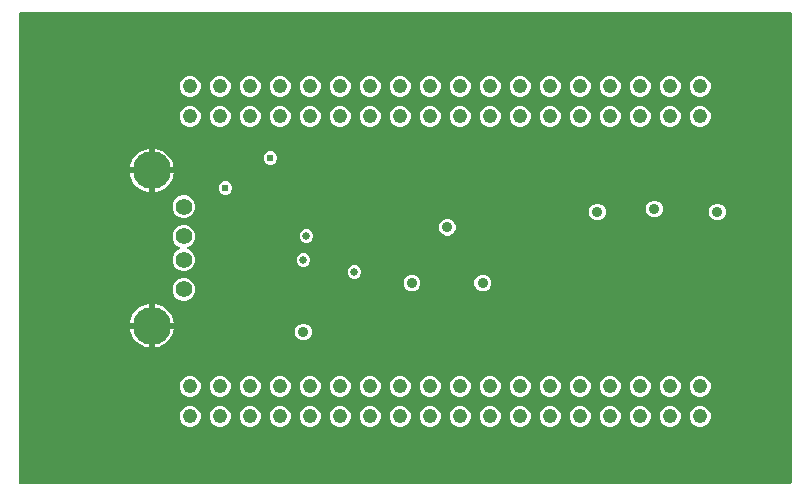
<source format=gbr>
G04 EAGLE Gerber RS-274X export*
G75*
%MOMM*%
%FSLAX34Y34*%
%LPD*%
%INEAGLE Copper Layer 15*%
%IPPOS*%
%AMOC8*
5,1,8,0,0,1.08239X$1,22.5*%
G01*
%ADD10C,1.244600*%
%ADD11C,0.904800*%
%ADD12C,1.400000*%
%ADD13C,3.220000*%
%ADD14C,0.609600*%
%ADD15C,0.654800*%
%ADD16C,0.914400*%

G36*
X655946Y3318D02*
X655946Y3318D01*
X656065Y3325D01*
X656103Y3338D01*
X656144Y3343D01*
X656254Y3386D01*
X656367Y3423D01*
X656402Y3445D01*
X656439Y3460D01*
X656535Y3529D01*
X656636Y3593D01*
X656664Y3623D01*
X656697Y3646D01*
X656773Y3738D01*
X656854Y3825D01*
X656874Y3860D01*
X656899Y3891D01*
X656950Y3999D01*
X657008Y4103D01*
X657018Y4143D01*
X657035Y4179D01*
X657057Y4296D01*
X657087Y4411D01*
X657091Y4471D01*
X657095Y4491D01*
X657093Y4512D01*
X657097Y4572D01*
X657097Y401828D01*
X657082Y401946D01*
X657075Y402065D01*
X657062Y402103D01*
X657057Y402144D01*
X657014Y402254D01*
X656977Y402367D01*
X656955Y402402D01*
X656940Y402439D01*
X656871Y402535D01*
X656807Y402636D01*
X656777Y402664D01*
X656754Y402697D01*
X656662Y402773D01*
X656575Y402854D01*
X656540Y402874D01*
X656509Y402899D01*
X656401Y402950D01*
X656297Y403008D01*
X656257Y403018D01*
X656221Y403035D01*
X656104Y403057D01*
X655989Y403087D01*
X655929Y403091D01*
X655909Y403095D01*
X655888Y403093D01*
X655828Y403097D01*
X4572Y403097D01*
X4454Y403082D01*
X4335Y403075D01*
X4297Y403062D01*
X4256Y403057D01*
X4146Y403014D01*
X4033Y402977D01*
X3998Y402955D01*
X3961Y402940D01*
X3865Y402871D01*
X3764Y402807D01*
X3736Y402777D01*
X3703Y402754D01*
X3627Y402662D01*
X3546Y402575D01*
X3526Y402540D01*
X3501Y402509D01*
X3450Y402401D01*
X3392Y402297D01*
X3382Y402257D01*
X3365Y402221D01*
X3343Y402104D01*
X3313Y401989D01*
X3309Y401929D01*
X3305Y401909D01*
X3307Y401888D01*
X3303Y401828D01*
X3303Y4572D01*
X3318Y4454D01*
X3325Y4335D01*
X3338Y4297D01*
X3343Y4256D01*
X3386Y4146D01*
X3423Y4033D01*
X3445Y3998D01*
X3460Y3961D01*
X3529Y3865D01*
X3593Y3764D01*
X3623Y3736D01*
X3646Y3703D01*
X3738Y3627D01*
X3825Y3546D01*
X3860Y3526D01*
X3891Y3501D01*
X3999Y3450D01*
X4103Y3392D01*
X4143Y3382D01*
X4179Y3365D01*
X4296Y3343D01*
X4411Y3313D01*
X4471Y3309D01*
X4491Y3305D01*
X4512Y3307D01*
X4572Y3303D01*
X655828Y3303D01*
X655946Y3318D01*
G37*
%LPC*%
G36*
X140702Y183659D02*
X140702Y183659D01*
X137196Y185112D01*
X134512Y187796D01*
X133059Y191302D01*
X133059Y195098D01*
X134512Y198604D01*
X137196Y201288D01*
X138980Y202027D01*
X139101Y202096D01*
X139224Y202161D01*
X139239Y202175D01*
X139256Y202185D01*
X139356Y202282D01*
X139459Y202375D01*
X139470Y202392D01*
X139485Y202406D01*
X139558Y202525D01*
X139634Y202641D01*
X139640Y202660D01*
X139651Y202677D01*
X139692Y202810D01*
X139737Y202942D01*
X139739Y202962D01*
X139745Y202981D01*
X139751Y203120D01*
X139762Y203259D01*
X139759Y203279D01*
X139760Y203299D01*
X139732Y203435D01*
X139708Y203572D01*
X139700Y203591D01*
X139695Y203610D01*
X139634Y203736D01*
X139577Y203862D01*
X139565Y203878D01*
X139556Y203896D01*
X139465Y204002D01*
X139379Y204110D01*
X139363Y204123D01*
X139349Y204138D01*
X139235Y204218D01*
X139125Y204302D01*
X139099Y204314D01*
X139089Y204321D01*
X139070Y204328D01*
X138980Y204373D01*
X137196Y205112D01*
X134512Y207796D01*
X133059Y211302D01*
X133059Y215098D01*
X134512Y218604D01*
X137196Y221288D01*
X140702Y222741D01*
X144498Y222741D01*
X148004Y221288D01*
X150688Y218604D01*
X152141Y215098D01*
X152141Y211302D01*
X150688Y207796D01*
X148004Y205112D01*
X146220Y204373D01*
X146099Y204304D01*
X145976Y204239D01*
X145961Y204225D01*
X145944Y204215D01*
X145844Y204118D01*
X145741Y204025D01*
X145730Y204008D01*
X145715Y203994D01*
X145643Y203876D01*
X145566Y203759D01*
X145560Y203740D01*
X145549Y203723D01*
X145508Y203590D01*
X145463Y203458D01*
X145461Y203438D01*
X145455Y203419D01*
X145449Y203280D01*
X145438Y203141D01*
X145441Y203121D01*
X145440Y203101D01*
X145468Y202965D01*
X145492Y202828D01*
X145500Y202809D01*
X145505Y202790D01*
X145566Y202665D01*
X145623Y202538D01*
X145635Y202522D01*
X145644Y202504D01*
X145734Y202398D01*
X145821Y202290D01*
X145838Y202277D01*
X145851Y202262D01*
X145964Y202182D01*
X146075Y202098D01*
X146101Y202086D01*
X146111Y202079D01*
X146130Y202072D01*
X146220Y202027D01*
X148004Y201288D01*
X150688Y198604D01*
X152141Y195098D01*
X152141Y191302D01*
X150688Y187796D01*
X148004Y185112D01*
X144498Y183659D01*
X140702Y183659D01*
G37*
%LPD*%
%LPC*%
G36*
X140702Y158659D02*
X140702Y158659D01*
X137196Y160112D01*
X134512Y162796D01*
X133059Y166302D01*
X133059Y170098D01*
X134512Y173604D01*
X137196Y176288D01*
X140702Y177741D01*
X144498Y177741D01*
X148004Y176288D01*
X150688Y173604D01*
X152141Y170098D01*
X152141Y166302D01*
X150688Y162796D01*
X148004Y160112D01*
X144498Y158659D01*
X140702Y158659D01*
G37*
%LPD*%
%LPC*%
G36*
X140702Y228659D02*
X140702Y228659D01*
X137196Y230112D01*
X134512Y232796D01*
X133059Y236302D01*
X133059Y240098D01*
X134512Y243604D01*
X137196Y246288D01*
X140702Y247741D01*
X144498Y247741D01*
X148004Y246288D01*
X150688Y243604D01*
X152141Y240098D01*
X152141Y236302D01*
X150688Y232796D01*
X148004Y230112D01*
X144498Y228659D01*
X140702Y228659D01*
G37*
%LPD*%
%LPC*%
G36*
X552657Y331336D02*
X552657Y331336D01*
X549436Y332670D01*
X546970Y335136D01*
X545636Y338357D01*
X545636Y341843D01*
X546970Y345064D01*
X549436Y347530D01*
X552657Y348864D01*
X556143Y348864D01*
X559364Y347530D01*
X561830Y345064D01*
X563164Y341843D01*
X563164Y338357D01*
X561830Y335136D01*
X559364Y332670D01*
X556143Y331336D01*
X552657Y331336D01*
G37*
%LPD*%
%LPC*%
G36*
X527257Y331336D02*
X527257Y331336D01*
X524036Y332670D01*
X521570Y335136D01*
X520236Y338357D01*
X520236Y341843D01*
X521570Y345064D01*
X524036Y347530D01*
X527257Y348864D01*
X530743Y348864D01*
X533964Y347530D01*
X536430Y345064D01*
X537764Y341843D01*
X537764Y338357D01*
X536430Y335136D01*
X533964Y332670D01*
X530743Y331336D01*
X527257Y331336D01*
G37*
%LPD*%
%LPC*%
G36*
X501857Y331336D02*
X501857Y331336D01*
X498636Y332670D01*
X496170Y335136D01*
X494836Y338357D01*
X494836Y341843D01*
X496170Y345064D01*
X498636Y347530D01*
X501857Y348864D01*
X505343Y348864D01*
X508564Y347530D01*
X511030Y345064D01*
X512364Y341843D01*
X512364Y338357D01*
X511030Y335136D01*
X508564Y332670D01*
X505343Y331336D01*
X501857Y331336D01*
G37*
%LPD*%
%LPC*%
G36*
X476457Y331336D02*
X476457Y331336D01*
X473236Y332670D01*
X470770Y335136D01*
X469436Y338357D01*
X469436Y341843D01*
X470770Y345064D01*
X473236Y347530D01*
X476457Y348864D01*
X479943Y348864D01*
X483164Y347530D01*
X485630Y345064D01*
X486964Y341843D01*
X486964Y338357D01*
X485630Y335136D01*
X483164Y332670D01*
X479943Y331336D01*
X476457Y331336D01*
G37*
%LPD*%
%LPC*%
G36*
X451057Y331336D02*
X451057Y331336D01*
X447836Y332670D01*
X445370Y335136D01*
X444036Y338357D01*
X444036Y341843D01*
X445370Y345064D01*
X447836Y347530D01*
X451057Y348864D01*
X454543Y348864D01*
X457764Y347530D01*
X460230Y345064D01*
X461564Y341843D01*
X461564Y338357D01*
X460230Y335136D01*
X457764Y332670D01*
X454543Y331336D01*
X451057Y331336D01*
G37*
%LPD*%
%LPC*%
G36*
X425657Y331336D02*
X425657Y331336D01*
X422436Y332670D01*
X419970Y335136D01*
X418636Y338357D01*
X418636Y341843D01*
X419970Y345064D01*
X422436Y347530D01*
X425657Y348864D01*
X429143Y348864D01*
X432364Y347530D01*
X434830Y345064D01*
X436164Y341843D01*
X436164Y338357D01*
X434830Y335136D01*
X432364Y332670D01*
X429143Y331336D01*
X425657Y331336D01*
G37*
%LPD*%
%LPC*%
G36*
X400257Y331336D02*
X400257Y331336D01*
X397036Y332670D01*
X394570Y335136D01*
X393236Y338357D01*
X393236Y341843D01*
X394570Y345064D01*
X397036Y347530D01*
X400257Y348864D01*
X403743Y348864D01*
X406964Y347530D01*
X409430Y345064D01*
X410764Y341843D01*
X410764Y338357D01*
X409430Y335136D01*
X406964Y332670D01*
X403743Y331336D01*
X400257Y331336D01*
G37*
%LPD*%
%LPC*%
G36*
X374857Y331336D02*
X374857Y331336D01*
X371636Y332670D01*
X369170Y335136D01*
X367836Y338357D01*
X367836Y341843D01*
X369170Y345064D01*
X371636Y347530D01*
X374857Y348864D01*
X378343Y348864D01*
X381564Y347530D01*
X384030Y345064D01*
X385364Y341843D01*
X385364Y338357D01*
X384030Y335136D01*
X381564Y332670D01*
X378343Y331336D01*
X374857Y331336D01*
G37*
%LPD*%
%LPC*%
G36*
X349457Y331336D02*
X349457Y331336D01*
X346236Y332670D01*
X343770Y335136D01*
X342436Y338357D01*
X342436Y341843D01*
X343770Y345064D01*
X346236Y347530D01*
X349457Y348864D01*
X352943Y348864D01*
X356164Y347530D01*
X358630Y345064D01*
X359964Y341843D01*
X359964Y338357D01*
X358630Y335136D01*
X356164Y332670D01*
X352943Y331336D01*
X349457Y331336D01*
G37*
%LPD*%
%LPC*%
G36*
X324057Y331336D02*
X324057Y331336D01*
X320836Y332670D01*
X318370Y335136D01*
X317036Y338357D01*
X317036Y341843D01*
X318370Y345064D01*
X320836Y347530D01*
X324057Y348864D01*
X327543Y348864D01*
X330764Y347530D01*
X333230Y345064D01*
X334564Y341843D01*
X334564Y338357D01*
X333230Y335136D01*
X330764Y332670D01*
X327543Y331336D01*
X324057Y331336D01*
G37*
%LPD*%
%LPC*%
G36*
X298657Y331336D02*
X298657Y331336D01*
X295436Y332670D01*
X292970Y335136D01*
X291636Y338357D01*
X291636Y341843D01*
X292970Y345064D01*
X295436Y347530D01*
X298657Y348864D01*
X302143Y348864D01*
X305364Y347530D01*
X307830Y345064D01*
X309164Y341843D01*
X309164Y338357D01*
X307830Y335136D01*
X305364Y332670D01*
X302143Y331336D01*
X298657Y331336D01*
G37*
%LPD*%
%LPC*%
G36*
X273257Y331336D02*
X273257Y331336D01*
X270036Y332670D01*
X267570Y335136D01*
X266236Y338357D01*
X266236Y341843D01*
X267570Y345064D01*
X270036Y347530D01*
X273257Y348864D01*
X276743Y348864D01*
X279964Y347530D01*
X282430Y345064D01*
X283764Y341843D01*
X283764Y338357D01*
X282430Y335136D01*
X279964Y332670D01*
X276743Y331336D01*
X273257Y331336D01*
G37*
%LPD*%
%LPC*%
G36*
X247857Y331336D02*
X247857Y331336D01*
X244636Y332670D01*
X242170Y335136D01*
X240836Y338357D01*
X240836Y341843D01*
X242170Y345064D01*
X244636Y347530D01*
X247857Y348864D01*
X251343Y348864D01*
X254564Y347530D01*
X257030Y345064D01*
X258364Y341843D01*
X258364Y338357D01*
X257030Y335136D01*
X254564Y332670D01*
X251343Y331336D01*
X247857Y331336D01*
G37*
%LPD*%
%LPC*%
G36*
X222457Y331336D02*
X222457Y331336D01*
X219236Y332670D01*
X216770Y335136D01*
X215436Y338357D01*
X215436Y341843D01*
X216770Y345064D01*
X219236Y347530D01*
X222457Y348864D01*
X225943Y348864D01*
X229164Y347530D01*
X231630Y345064D01*
X232964Y341843D01*
X232964Y338357D01*
X231630Y335136D01*
X229164Y332670D01*
X225943Y331336D01*
X222457Y331336D01*
G37*
%LPD*%
%LPC*%
G36*
X197057Y331336D02*
X197057Y331336D01*
X193836Y332670D01*
X191370Y335136D01*
X190036Y338357D01*
X190036Y341843D01*
X191370Y345064D01*
X193836Y347530D01*
X197057Y348864D01*
X200543Y348864D01*
X203764Y347530D01*
X206230Y345064D01*
X207564Y341843D01*
X207564Y338357D01*
X206230Y335136D01*
X203764Y332670D01*
X200543Y331336D01*
X197057Y331336D01*
G37*
%LPD*%
%LPC*%
G36*
X527257Y305936D02*
X527257Y305936D01*
X524036Y307270D01*
X521570Y309736D01*
X520236Y312957D01*
X520236Y316443D01*
X521570Y319664D01*
X524036Y322130D01*
X527257Y323464D01*
X530743Y323464D01*
X533964Y322130D01*
X536430Y319664D01*
X537764Y316443D01*
X537764Y312957D01*
X536430Y309736D01*
X533964Y307270D01*
X530743Y305936D01*
X527257Y305936D01*
G37*
%LPD*%
%LPC*%
G36*
X501857Y305936D02*
X501857Y305936D01*
X498636Y307270D01*
X496170Y309736D01*
X494836Y312957D01*
X494836Y316443D01*
X496170Y319664D01*
X498636Y322130D01*
X501857Y323464D01*
X505343Y323464D01*
X508564Y322130D01*
X511030Y319664D01*
X512364Y316443D01*
X512364Y312957D01*
X511030Y309736D01*
X508564Y307270D01*
X505343Y305936D01*
X501857Y305936D01*
G37*
%LPD*%
%LPC*%
G36*
X578057Y305936D02*
X578057Y305936D01*
X574836Y307270D01*
X572370Y309736D01*
X571036Y312957D01*
X571036Y316443D01*
X572370Y319664D01*
X574836Y322130D01*
X578057Y323464D01*
X581543Y323464D01*
X584764Y322130D01*
X587230Y319664D01*
X588564Y316443D01*
X588564Y312957D01*
X587230Y309736D01*
X584764Y307270D01*
X581543Y305936D01*
X578057Y305936D01*
G37*
%LPD*%
%LPC*%
G36*
X552657Y305936D02*
X552657Y305936D01*
X549436Y307270D01*
X546970Y309736D01*
X545636Y312957D01*
X545636Y316443D01*
X546970Y319664D01*
X549436Y322130D01*
X552657Y323464D01*
X556143Y323464D01*
X559364Y322130D01*
X561830Y319664D01*
X563164Y316443D01*
X563164Y312957D01*
X561830Y309736D01*
X559364Y307270D01*
X556143Y305936D01*
X552657Y305936D01*
G37*
%LPD*%
%LPC*%
G36*
X476457Y305936D02*
X476457Y305936D01*
X473236Y307270D01*
X470770Y309736D01*
X469436Y312957D01*
X469436Y316443D01*
X470770Y319664D01*
X473236Y322130D01*
X476457Y323464D01*
X479943Y323464D01*
X483164Y322130D01*
X485630Y319664D01*
X486964Y316443D01*
X486964Y312957D01*
X485630Y309736D01*
X483164Y307270D01*
X479943Y305936D01*
X476457Y305936D01*
G37*
%LPD*%
%LPC*%
G36*
X451057Y305936D02*
X451057Y305936D01*
X447836Y307270D01*
X445370Y309736D01*
X444036Y312957D01*
X444036Y316443D01*
X445370Y319664D01*
X447836Y322130D01*
X451057Y323464D01*
X454543Y323464D01*
X457764Y322130D01*
X460230Y319664D01*
X461564Y316443D01*
X461564Y312957D01*
X460230Y309736D01*
X457764Y307270D01*
X454543Y305936D01*
X451057Y305936D01*
G37*
%LPD*%
%LPC*%
G36*
X425657Y305936D02*
X425657Y305936D01*
X422436Y307270D01*
X419970Y309736D01*
X418636Y312957D01*
X418636Y316443D01*
X419970Y319664D01*
X422436Y322130D01*
X425657Y323464D01*
X429143Y323464D01*
X432364Y322130D01*
X434830Y319664D01*
X436164Y316443D01*
X436164Y312957D01*
X434830Y309736D01*
X432364Y307270D01*
X429143Y305936D01*
X425657Y305936D01*
G37*
%LPD*%
%LPC*%
G36*
X400257Y305936D02*
X400257Y305936D01*
X397036Y307270D01*
X394570Y309736D01*
X393236Y312957D01*
X393236Y316443D01*
X394570Y319664D01*
X397036Y322130D01*
X400257Y323464D01*
X403743Y323464D01*
X406964Y322130D01*
X409430Y319664D01*
X410764Y316443D01*
X410764Y312957D01*
X409430Y309736D01*
X406964Y307270D01*
X403743Y305936D01*
X400257Y305936D01*
G37*
%LPD*%
%LPC*%
G36*
X374857Y305936D02*
X374857Y305936D01*
X371636Y307270D01*
X369170Y309736D01*
X367836Y312957D01*
X367836Y316443D01*
X369170Y319664D01*
X371636Y322130D01*
X374857Y323464D01*
X378343Y323464D01*
X381564Y322130D01*
X384030Y319664D01*
X385364Y316443D01*
X385364Y312957D01*
X384030Y309736D01*
X381564Y307270D01*
X378343Y305936D01*
X374857Y305936D01*
G37*
%LPD*%
%LPC*%
G36*
X349457Y305936D02*
X349457Y305936D01*
X346236Y307270D01*
X343770Y309736D01*
X342436Y312957D01*
X342436Y316443D01*
X343770Y319664D01*
X346236Y322130D01*
X349457Y323464D01*
X352943Y323464D01*
X356164Y322130D01*
X358630Y319664D01*
X359964Y316443D01*
X359964Y312957D01*
X358630Y309736D01*
X356164Y307270D01*
X352943Y305936D01*
X349457Y305936D01*
G37*
%LPD*%
%LPC*%
G36*
X324057Y305936D02*
X324057Y305936D01*
X320836Y307270D01*
X318370Y309736D01*
X317036Y312957D01*
X317036Y316443D01*
X318370Y319664D01*
X320836Y322130D01*
X324057Y323464D01*
X327543Y323464D01*
X330764Y322130D01*
X333230Y319664D01*
X334564Y316443D01*
X334564Y312957D01*
X333230Y309736D01*
X330764Y307270D01*
X327543Y305936D01*
X324057Y305936D01*
G37*
%LPD*%
%LPC*%
G36*
X298657Y305936D02*
X298657Y305936D01*
X295436Y307270D01*
X292970Y309736D01*
X291636Y312957D01*
X291636Y316443D01*
X292970Y319664D01*
X295436Y322130D01*
X298657Y323464D01*
X302143Y323464D01*
X305364Y322130D01*
X307830Y319664D01*
X309164Y316443D01*
X309164Y312957D01*
X307830Y309736D01*
X305364Y307270D01*
X302143Y305936D01*
X298657Y305936D01*
G37*
%LPD*%
%LPC*%
G36*
X273257Y305936D02*
X273257Y305936D01*
X270036Y307270D01*
X267570Y309736D01*
X266236Y312957D01*
X266236Y316443D01*
X267570Y319664D01*
X270036Y322130D01*
X273257Y323464D01*
X276743Y323464D01*
X279964Y322130D01*
X282430Y319664D01*
X283764Y316443D01*
X283764Y312957D01*
X282430Y309736D01*
X279964Y307270D01*
X276743Y305936D01*
X273257Y305936D01*
G37*
%LPD*%
%LPC*%
G36*
X247857Y305936D02*
X247857Y305936D01*
X244636Y307270D01*
X242170Y309736D01*
X240836Y312957D01*
X240836Y316443D01*
X242170Y319664D01*
X244636Y322130D01*
X247857Y323464D01*
X251343Y323464D01*
X254564Y322130D01*
X257030Y319664D01*
X258364Y316443D01*
X258364Y312957D01*
X257030Y309736D01*
X254564Y307270D01*
X251343Y305936D01*
X247857Y305936D01*
G37*
%LPD*%
%LPC*%
G36*
X222457Y305936D02*
X222457Y305936D01*
X219236Y307270D01*
X216770Y309736D01*
X215436Y312957D01*
X215436Y316443D01*
X216770Y319664D01*
X219236Y322130D01*
X222457Y323464D01*
X225943Y323464D01*
X229164Y322130D01*
X231630Y319664D01*
X232964Y316443D01*
X232964Y312957D01*
X231630Y309736D01*
X229164Y307270D01*
X225943Y305936D01*
X222457Y305936D01*
G37*
%LPD*%
%LPC*%
G36*
X197057Y305936D02*
X197057Y305936D01*
X193836Y307270D01*
X191370Y309736D01*
X190036Y312957D01*
X190036Y316443D01*
X191370Y319664D01*
X193836Y322130D01*
X197057Y323464D01*
X200543Y323464D01*
X203764Y322130D01*
X206230Y319664D01*
X207564Y316443D01*
X207564Y312957D01*
X206230Y309736D01*
X203764Y307270D01*
X200543Y305936D01*
X197057Y305936D01*
G37*
%LPD*%
%LPC*%
G36*
X171657Y305936D02*
X171657Y305936D01*
X168436Y307270D01*
X165970Y309736D01*
X164636Y312957D01*
X164636Y316443D01*
X165970Y319664D01*
X168436Y322130D01*
X171657Y323464D01*
X175143Y323464D01*
X178364Y322130D01*
X180830Y319664D01*
X182164Y316443D01*
X182164Y312957D01*
X180830Y309736D01*
X178364Y307270D01*
X175143Y305936D01*
X171657Y305936D01*
G37*
%LPD*%
%LPC*%
G36*
X146257Y305936D02*
X146257Y305936D01*
X143036Y307270D01*
X140570Y309736D01*
X139236Y312957D01*
X139236Y316443D01*
X140570Y319664D01*
X143036Y322130D01*
X146257Y323464D01*
X149743Y323464D01*
X152964Y322130D01*
X155430Y319664D01*
X156764Y316443D01*
X156764Y312957D01*
X155430Y309736D01*
X152964Y307270D01*
X149743Y305936D01*
X146257Y305936D01*
G37*
%LPD*%
%LPC*%
G36*
X400257Y51936D02*
X400257Y51936D01*
X397036Y53270D01*
X394570Y55736D01*
X393236Y58957D01*
X393236Y62443D01*
X394570Y65664D01*
X397036Y68130D01*
X400257Y69464D01*
X403743Y69464D01*
X406964Y68130D01*
X409430Y65664D01*
X410764Y62443D01*
X410764Y58957D01*
X409430Y55736D01*
X406964Y53270D01*
X403743Y51936D01*
X400257Y51936D01*
G37*
%LPD*%
%LPC*%
G36*
X425657Y51936D02*
X425657Y51936D01*
X422436Y53270D01*
X419970Y55736D01*
X418636Y58957D01*
X418636Y62443D01*
X419970Y65664D01*
X422436Y68130D01*
X425657Y69464D01*
X429143Y69464D01*
X432364Y68130D01*
X434830Y65664D01*
X436164Y62443D01*
X436164Y58957D01*
X434830Y55736D01*
X432364Y53270D01*
X429143Y51936D01*
X425657Y51936D01*
G37*
%LPD*%
%LPC*%
G36*
X222457Y51936D02*
X222457Y51936D01*
X219236Y53270D01*
X216770Y55736D01*
X215436Y58957D01*
X215436Y62443D01*
X216770Y65664D01*
X219236Y68130D01*
X222457Y69464D01*
X225943Y69464D01*
X229164Y68130D01*
X231630Y65664D01*
X232964Y62443D01*
X232964Y58957D01*
X231630Y55736D01*
X229164Y53270D01*
X225943Y51936D01*
X222457Y51936D01*
G37*
%LPD*%
%LPC*%
G36*
X247857Y51936D02*
X247857Y51936D01*
X244636Y53270D01*
X242170Y55736D01*
X240836Y58957D01*
X240836Y62443D01*
X242170Y65664D01*
X244636Y68130D01*
X247857Y69464D01*
X251343Y69464D01*
X254564Y68130D01*
X257030Y65664D01*
X258364Y62443D01*
X258364Y58957D01*
X257030Y55736D01*
X254564Y53270D01*
X251343Y51936D01*
X247857Y51936D01*
G37*
%LPD*%
%LPC*%
G36*
X451057Y51936D02*
X451057Y51936D01*
X447836Y53270D01*
X445370Y55736D01*
X444036Y58957D01*
X444036Y62443D01*
X445370Y65664D01*
X447836Y68130D01*
X451057Y69464D01*
X454543Y69464D01*
X457764Y68130D01*
X460230Y65664D01*
X461564Y62443D01*
X461564Y58957D01*
X460230Y55736D01*
X457764Y53270D01*
X454543Y51936D01*
X451057Y51936D01*
G37*
%LPD*%
%LPC*%
G36*
X476457Y51936D02*
X476457Y51936D01*
X473236Y53270D01*
X470770Y55736D01*
X469436Y58957D01*
X469436Y62443D01*
X470770Y65664D01*
X473236Y68130D01*
X476457Y69464D01*
X479943Y69464D01*
X483164Y68130D01*
X485630Y65664D01*
X486964Y62443D01*
X486964Y58957D01*
X485630Y55736D01*
X483164Y53270D01*
X479943Y51936D01*
X476457Y51936D01*
G37*
%LPD*%
%LPC*%
G36*
X273257Y51936D02*
X273257Y51936D01*
X270036Y53270D01*
X267570Y55736D01*
X266236Y58957D01*
X266236Y62443D01*
X267570Y65664D01*
X270036Y68130D01*
X273257Y69464D01*
X276743Y69464D01*
X279964Y68130D01*
X282430Y65664D01*
X283764Y62443D01*
X283764Y58957D01*
X282430Y55736D01*
X279964Y53270D01*
X276743Y51936D01*
X273257Y51936D01*
G37*
%LPD*%
%LPC*%
G36*
X578057Y331336D02*
X578057Y331336D01*
X574836Y332670D01*
X572370Y335136D01*
X571036Y338357D01*
X571036Y341843D01*
X572370Y345064D01*
X574836Y347530D01*
X578057Y348864D01*
X581543Y348864D01*
X584764Y347530D01*
X587230Y345064D01*
X588564Y341843D01*
X588564Y338357D01*
X587230Y335136D01*
X584764Y332670D01*
X581543Y331336D01*
X578057Y331336D01*
G37*
%LPD*%
%LPC*%
G36*
X501857Y51936D02*
X501857Y51936D01*
X498636Y53270D01*
X496170Y55736D01*
X494836Y58957D01*
X494836Y62443D01*
X496170Y65664D01*
X498636Y68130D01*
X501857Y69464D01*
X505343Y69464D01*
X508564Y68130D01*
X511030Y65664D01*
X512364Y62443D01*
X512364Y58957D01*
X511030Y55736D01*
X508564Y53270D01*
X505343Y51936D01*
X501857Y51936D01*
G37*
%LPD*%
%LPC*%
G36*
X527257Y51936D02*
X527257Y51936D01*
X524036Y53270D01*
X521570Y55736D01*
X520236Y58957D01*
X520236Y62443D01*
X521570Y65664D01*
X524036Y68130D01*
X527257Y69464D01*
X530743Y69464D01*
X533964Y68130D01*
X536430Y65664D01*
X537764Y62443D01*
X537764Y58957D01*
X536430Y55736D01*
X533964Y53270D01*
X530743Y51936D01*
X527257Y51936D01*
G37*
%LPD*%
%LPC*%
G36*
X552657Y51936D02*
X552657Y51936D01*
X549436Y53270D01*
X546970Y55736D01*
X545636Y58957D01*
X545636Y62443D01*
X546970Y65664D01*
X549436Y68130D01*
X552657Y69464D01*
X556143Y69464D01*
X559364Y68130D01*
X561830Y65664D01*
X563164Y62443D01*
X563164Y58957D01*
X561830Y55736D01*
X559364Y53270D01*
X556143Y51936D01*
X552657Y51936D01*
G37*
%LPD*%
%LPC*%
G36*
X374857Y51936D02*
X374857Y51936D01*
X371636Y53270D01*
X369170Y55736D01*
X367836Y58957D01*
X367836Y62443D01*
X369170Y65664D01*
X371636Y68130D01*
X374857Y69464D01*
X378343Y69464D01*
X381564Y68130D01*
X384030Y65664D01*
X385364Y62443D01*
X385364Y58957D01*
X384030Y55736D01*
X381564Y53270D01*
X378343Y51936D01*
X374857Y51936D01*
G37*
%LPD*%
%LPC*%
G36*
X171657Y331336D02*
X171657Y331336D01*
X168436Y332670D01*
X165970Y335136D01*
X164636Y338357D01*
X164636Y341843D01*
X165970Y345064D01*
X168436Y347530D01*
X171657Y348864D01*
X175143Y348864D01*
X178364Y347530D01*
X180830Y345064D01*
X182164Y341843D01*
X182164Y338357D01*
X180830Y335136D01*
X178364Y332670D01*
X175143Y331336D01*
X171657Y331336D01*
G37*
%LPD*%
%LPC*%
G36*
X197057Y51936D02*
X197057Y51936D01*
X193836Y53270D01*
X191370Y55736D01*
X190036Y58957D01*
X190036Y62443D01*
X191370Y65664D01*
X193836Y68130D01*
X197057Y69464D01*
X200543Y69464D01*
X203764Y68130D01*
X206230Y65664D01*
X207564Y62443D01*
X207564Y58957D01*
X206230Y55736D01*
X203764Y53270D01*
X200543Y51936D01*
X197057Y51936D01*
G37*
%LPD*%
%LPC*%
G36*
X298657Y51936D02*
X298657Y51936D01*
X295436Y53270D01*
X292970Y55736D01*
X291636Y58957D01*
X291636Y62443D01*
X292970Y65664D01*
X295436Y68130D01*
X298657Y69464D01*
X302143Y69464D01*
X305364Y68130D01*
X307830Y65664D01*
X309164Y62443D01*
X309164Y58957D01*
X307830Y55736D01*
X305364Y53270D01*
X302143Y51936D01*
X298657Y51936D01*
G37*
%LPD*%
%LPC*%
G36*
X324057Y51936D02*
X324057Y51936D01*
X320836Y53270D01*
X318370Y55736D01*
X317036Y58957D01*
X317036Y62443D01*
X318370Y65664D01*
X320836Y68130D01*
X324057Y69464D01*
X327543Y69464D01*
X330764Y68130D01*
X333230Y65664D01*
X334564Y62443D01*
X334564Y58957D01*
X333230Y55736D01*
X330764Y53270D01*
X327543Y51936D01*
X324057Y51936D01*
G37*
%LPD*%
%LPC*%
G36*
X578057Y51936D02*
X578057Y51936D01*
X574836Y53270D01*
X572370Y55736D01*
X571036Y58957D01*
X571036Y62443D01*
X572370Y65664D01*
X574836Y68130D01*
X578057Y69464D01*
X581543Y69464D01*
X584764Y68130D01*
X587230Y65664D01*
X588564Y62443D01*
X588564Y58957D01*
X587230Y55736D01*
X584764Y53270D01*
X581543Y51936D01*
X578057Y51936D01*
G37*
%LPD*%
%LPC*%
G36*
X146257Y51936D02*
X146257Y51936D01*
X143036Y53270D01*
X140570Y55736D01*
X139236Y58957D01*
X139236Y62443D01*
X140570Y65664D01*
X143036Y68130D01*
X146257Y69464D01*
X149743Y69464D01*
X152964Y68130D01*
X155430Y65664D01*
X156764Y62443D01*
X156764Y58957D01*
X155430Y55736D01*
X152964Y53270D01*
X149743Y51936D01*
X146257Y51936D01*
G37*
%LPD*%
%LPC*%
G36*
X146257Y331336D02*
X146257Y331336D01*
X143036Y332670D01*
X140570Y335136D01*
X139236Y338357D01*
X139236Y341843D01*
X140570Y345064D01*
X143036Y347530D01*
X146257Y348864D01*
X149743Y348864D01*
X152964Y347530D01*
X155430Y345064D01*
X156764Y341843D01*
X156764Y338357D01*
X155430Y335136D01*
X152964Y332670D01*
X149743Y331336D01*
X146257Y331336D01*
G37*
%LPD*%
%LPC*%
G36*
X171657Y51936D02*
X171657Y51936D01*
X168436Y53270D01*
X165970Y55736D01*
X164636Y58957D01*
X164636Y62443D01*
X165970Y65664D01*
X168436Y68130D01*
X171657Y69464D01*
X175143Y69464D01*
X178364Y68130D01*
X180830Y65664D01*
X182164Y62443D01*
X182164Y58957D01*
X180830Y55736D01*
X178364Y53270D01*
X175143Y51936D01*
X171657Y51936D01*
G37*
%LPD*%
%LPC*%
G36*
X197057Y77336D02*
X197057Y77336D01*
X193836Y78670D01*
X191370Y81136D01*
X190036Y84357D01*
X190036Y87843D01*
X191370Y91064D01*
X193836Y93530D01*
X197057Y94864D01*
X200543Y94864D01*
X203764Y93530D01*
X206230Y91064D01*
X207564Y87843D01*
X207564Y84357D01*
X206230Y81136D01*
X203764Y78670D01*
X200543Y77336D01*
X197057Y77336D01*
G37*
%LPD*%
%LPC*%
G36*
X222457Y77336D02*
X222457Y77336D01*
X219236Y78670D01*
X216770Y81136D01*
X215436Y84357D01*
X215436Y87843D01*
X216770Y91064D01*
X219236Y93530D01*
X222457Y94864D01*
X225943Y94864D01*
X229164Y93530D01*
X231630Y91064D01*
X232964Y87843D01*
X232964Y84357D01*
X231630Y81136D01*
X229164Y78670D01*
X225943Y77336D01*
X222457Y77336D01*
G37*
%LPD*%
%LPC*%
G36*
X349457Y51936D02*
X349457Y51936D01*
X346236Y53270D01*
X343770Y55736D01*
X342436Y58957D01*
X342436Y62443D01*
X343770Y65664D01*
X346236Y68130D01*
X349457Y69464D01*
X352943Y69464D01*
X356164Y68130D01*
X358630Y65664D01*
X359964Y62443D01*
X359964Y58957D01*
X358630Y55736D01*
X356164Y53270D01*
X352943Y51936D01*
X349457Y51936D01*
G37*
%LPD*%
%LPC*%
G36*
X247857Y77336D02*
X247857Y77336D01*
X244636Y78670D01*
X242170Y81136D01*
X240836Y84357D01*
X240836Y87843D01*
X242170Y91064D01*
X244636Y93530D01*
X247857Y94864D01*
X251343Y94864D01*
X254564Y93530D01*
X257030Y91064D01*
X258364Y87843D01*
X258364Y84357D01*
X257030Y81136D01*
X254564Y78670D01*
X251343Y77336D01*
X247857Y77336D01*
G37*
%LPD*%
%LPC*%
G36*
X273257Y77336D02*
X273257Y77336D01*
X270036Y78670D01*
X267570Y81136D01*
X266236Y84357D01*
X266236Y87843D01*
X267570Y91064D01*
X270036Y93530D01*
X273257Y94864D01*
X276743Y94864D01*
X279964Y93530D01*
X282430Y91064D01*
X283764Y87843D01*
X283764Y84357D01*
X282430Y81136D01*
X279964Y78670D01*
X276743Y77336D01*
X273257Y77336D01*
G37*
%LPD*%
%LPC*%
G36*
X324057Y77336D02*
X324057Y77336D01*
X320836Y78670D01*
X318370Y81136D01*
X317036Y84357D01*
X317036Y87843D01*
X318370Y91064D01*
X320836Y93530D01*
X324057Y94864D01*
X327543Y94864D01*
X330764Y93530D01*
X333230Y91064D01*
X334564Y87843D01*
X334564Y84357D01*
X333230Y81136D01*
X330764Y78670D01*
X327543Y77336D01*
X324057Y77336D01*
G37*
%LPD*%
%LPC*%
G36*
X298657Y77336D02*
X298657Y77336D01*
X295436Y78670D01*
X292970Y81136D01*
X291636Y84357D01*
X291636Y87843D01*
X292970Y91064D01*
X295436Y93530D01*
X298657Y94864D01*
X302143Y94864D01*
X305364Y93530D01*
X307830Y91064D01*
X309164Y87843D01*
X309164Y84357D01*
X307830Y81136D01*
X305364Y78670D01*
X302143Y77336D01*
X298657Y77336D01*
G37*
%LPD*%
%LPC*%
G36*
X578057Y77336D02*
X578057Y77336D01*
X574836Y78670D01*
X572370Y81136D01*
X571036Y84357D01*
X571036Y87843D01*
X572370Y91064D01*
X574836Y93530D01*
X578057Y94864D01*
X581543Y94864D01*
X584764Y93530D01*
X587230Y91064D01*
X588564Y87843D01*
X588564Y84357D01*
X587230Y81136D01*
X584764Y78670D01*
X581543Y77336D01*
X578057Y77336D01*
G37*
%LPD*%
%LPC*%
G36*
X552657Y77336D02*
X552657Y77336D01*
X549436Y78670D01*
X546970Y81136D01*
X545636Y84357D01*
X545636Y87843D01*
X546970Y91064D01*
X549436Y93530D01*
X552657Y94864D01*
X556143Y94864D01*
X559364Y93530D01*
X561830Y91064D01*
X563164Y87843D01*
X563164Y84357D01*
X561830Y81136D01*
X559364Y78670D01*
X556143Y77336D01*
X552657Y77336D01*
G37*
%LPD*%
%LPC*%
G36*
X527257Y77336D02*
X527257Y77336D01*
X524036Y78670D01*
X521570Y81136D01*
X520236Y84357D01*
X520236Y87843D01*
X521570Y91064D01*
X524036Y93530D01*
X527257Y94864D01*
X530743Y94864D01*
X533964Y93530D01*
X536430Y91064D01*
X537764Y87843D01*
X537764Y84357D01*
X536430Y81136D01*
X533964Y78670D01*
X530743Y77336D01*
X527257Y77336D01*
G37*
%LPD*%
%LPC*%
G36*
X501857Y77336D02*
X501857Y77336D01*
X498636Y78670D01*
X496170Y81136D01*
X494836Y84357D01*
X494836Y87843D01*
X496170Y91064D01*
X498636Y93530D01*
X501857Y94864D01*
X505343Y94864D01*
X508564Y93530D01*
X511030Y91064D01*
X512364Y87843D01*
X512364Y84357D01*
X511030Y81136D01*
X508564Y78670D01*
X505343Y77336D01*
X501857Y77336D01*
G37*
%LPD*%
%LPC*%
G36*
X476457Y77336D02*
X476457Y77336D01*
X473236Y78670D01*
X470770Y81136D01*
X469436Y84357D01*
X469436Y87843D01*
X470770Y91064D01*
X473236Y93530D01*
X476457Y94864D01*
X479943Y94864D01*
X483164Y93530D01*
X485630Y91064D01*
X486964Y87843D01*
X486964Y84357D01*
X485630Y81136D01*
X483164Y78670D01*
X479943Y77336D01*
X476457Y77336D01*
G37*
%LPD*%
%LPC*%
G36*
X451057Y77336D02*
X451057Y77336D01*
X447836Y78670D01*
X445370Y81136D01*
X444036Y84357D01*
X444036Y87843D01*
X445370Y91064D01*
X447836Y93530D01*
X451057Y94864D01*
X454543Y94864D01*
X457764Y93530D01*
X460230Y91064D01*
X461564Y87843D01*
X461564Y84357D01*
X460230Y81136D01*
X457764Y78670D01*
X454543Y77336D01*
X451057Y77336D01*
G37*
%LPD*%
%LPC*%
G36*
X425657Y77336D02*
X425657Y77336D01*
X422436Y78670D01*
X419970Y81136D01*
X418636Y84357D01*
X418636Y87843D01*
X419970Y91064D01*
X422436Y93530D01*
X425657Y94864D01*
X429143Y94864D01*
X432364Y93530D01*
X434830Y91064D01*
X436164Y87843D01*
X436164Y84357D01*
X434830Y81136D01*
X432364Y78670D01*
X429143Y77336D01*
X425657Y77336D01*
G37*
%LPD*%
%LPC*%
G36*
X400257Y77336D02*
X400257Y77336D01*
X397036Y78670D01*
X394570Y81136D01*
X393236Y84357D01*
X393236Y87843D01*
X394570Y91064D01*
X397036Y93530D01*
X400257Y94864D01*
X403743Y94864D01*
X406964Y93530D01*
X409430Y91064D01*
X410764Y87843D01*
X410764Y84357D01*
X409430Y81136D01*
X406964Y78670D01*
X403743Y77336D01*
X400257Y77336D01*
G37*
%LPD*%
%LPC*%
G36*
X374857Y77336D02*
X374857Y77336D01*
X371636Y78670D01*
X369170Y81136D01*
X367836Y84357D01*
X367836Y87843D01*
X369170Y91064D01*
X371636Y93530D01*
X374857Y94864D01*
X378343Y94864D01*
X381564Y93530D01*
X384030Y91064D01*
X385364Y87843D01*
X385364Y84357D01*
X384030Y81136D01*
X381564Y78670D01*
X378343Y77336D01*
X374857Y77336D01*
G37*
%LPD*%
%LPC*%
G36*
X349457Y77336D02*
X349457Y77336D01*
X346236Y78670D01*
X343770Y81136D01*
X342436Y84357D01*
X342436Y87843D01*
X343770Y91064D01*
X346236Y93530D01*
X349457Y94864D01*
X352943Y94864D01*
X356164Y93530D01*
X358630Y91064D01*
X359964Y87843D01*
X359964Y84357D01*
X358630Y81136D01*
X356164Y78670D01*
X352943Y77336D01*
X349457Y77336D01*
G37*
%LPD*%
%LPC*%
G36*
X171657Y77336D02*
X171657Y77336D01*
X168436Y78670D01*
X165970Y81136D01*
X164636Y84357D01*
X164636Y87843D01*
X165970Y91064D01*
X168436Y93530D01*
X171657Y94864D01*
X175143Y94864D01*
X178364Y93530D01*
X180830Y91064D01*
X182164Y87843D01*
X182164Y84357D01*
X180830Y81136D01*
X178364Y78670D01*
X175143Y77336D01*
X171657Y77336D01*
G37*
%LPD*%
%LPC*%
G36*
X146257Y77336D02*
X146257Y77336D01*
X143036Y78670D01*
X140570Y81136D01*
X139236Y84357D01*
X139236Y87843D01*
X140570Y91064D01*
X143036Y93530D01*
X146257Y94864D01*
X149743Y94864D01*
X152964Y93530D01*
X155430Y91064D01*
X156764Y87843D01*
X156764Y84357D01*
X155430Y81136D01*
X152964Y78670D01*
X149743Y77336D01*
X146257Y77336D01*
G37*
%LPD*%
%LPC*%
G36*
X118038Y140039D02*
X118038Y140039D01*
X118038Y155967D01*
X119144Y155822D01*
X121504Y155189D01*
X123761Y154254D01*
X125877Y153032D01*
X127816Y151545D01*
X129544Y149817D01*
X131031Y147878D01*
X132253Y145762D01*
X133188Y143505D01*
X133821Y141145D01*
X133966Y140039D01*
X118038Y140039D01*
G37*
%LPD*%
%LPC*%
G36*
X118038Y271439D02*
X118038Y271439D01*
X118038Y287367D01*
X119144Y287222D01*
X121504Y286589D01*
X123761Y285654D01*
X125877Y284432D01*
X127816Y282945D01*
X129544Y281217D01*
X131031Y279278D01*
X132253Y277162D01*
X133188Y274905D01*
X133821Y272545D01*
X133966Y271439D01*
X118038Y271439D01*
G37*
%LPD*%
%LPC*%
G36*
X118038Y134961D02*
X118038Y134961D01*
X133966Y134961D01*
X133821Y133855D01*
X133188Y131495D01*
X132253Y129238D01*
X131031Y127122D01*
X129544Y125183D01*
X127816Y123455D01*
X125877Y121968D01*
X123761Y120746D01*
X121504Y119811D01*
X119144Y119178D01*
X118038Y119033D01*
X118038Y134961D01*
G37*
%LPD*%
%LPC*%
G36*
X97032Y140039D02*
X97032Y140039D01*
X97177Y141145D01*
X97810Y143505D01*
X98745Y145762D01*
X99967Y147878D01*
X101454Y149817D01*
X103182Y151545D01*
X105121Y153032D01*
X107237Y154254D01*
X109494Y155189D01*
X111854Y155822D01*
X112960Y155967D01*
X112960Y140039D01*
X97032Y140039D01*
G37*
%LPD*%
%LPC*%
G36*
X118038Y266361D02*
X118038Y266361D01*
X133966Y266361D01*
X133821Y265255D01*
X133188Y262895D01*
X132253Y260638D01*
X131031Y258522D01*
X129544Y256583D01*
X127816Y254855D01*
X125877Y253368D01*
X123761Y252146D01*
X121504Y251211D01*
X119144Y250578D01*
X118038Y250433D01*
X118038Y266361D01*
G37*
%LPD*%
%LPC*%
G36*
X97032Y271439D02*
X97032Y271439D01*
X97177Y272545D01*
X97810Y274905D01*
X98745Y277162D01*
X99967Y279278D01*
X101454Y281217D01*
X103182Y282945D01*
X105121Y284432D01*
X107237Y285654D01*
X109494Y286589D01*
X111854Y287222D01*
X112960Y287367D01*
X112960Y271439D01*
X97032Y271439D01*
G37*
%LPD*%
%LPC*%
G36*
X111854Y119178D02*
X111854Y119178D01*
X109494Y119811D01*
X107237Y120746D01*
X105121Y121968D01*
X103182Y123455D01*
X101454Y125183D01*
X99967Y127122D01*
X98745Y129238D01*
X97810Y131495D01*
X97177Y133855D01*
X97032Y134961D01*
X112960Y134961D01*
X112960Y119033D01*
X111854Y119178D01*
G37*
%LPD*%
%LPC*%
G36*
X111854Y250578D02*
X111854Y250578D01*
X109494Y251211D01*
X107237Y252146D01*
X105121Y253368D01*
X103182Y254855D01*
X101454Y256583D01*
X99967Y258522D01*
X98745Y260638D01*
X97810Y262895D01*
X97177Y265255D01*
X97032Y266361D01*
X112960Y266361D01*
X112960Y250433D01*
X111854Y250578D01*
G37*
%LPD*%
%LPC*%
G36*
X592945Y226567D02*
X592945Y226567D01*
X590331Y227650D01*
X588330Y229651D01*
X587247Y232265D01*
X587247Y235095D01*
X588330Y237709D01*
X590331Y239710D01*
X592945Y240793D01*
X595775Y240793D01*
X598389Y239710D01*
X600390Y237709D01*
X601473Y235095D01*
X601473Y232265D01*
X600390Y229651D01*
X598389Y227650D01*
X595775Y226567D01*
X592945Y226567D01*
G37*
%LPD*%
%LPC*%
G36*
X539605Y229107D02*
X539605Y229107D01*
X536991Y230190D01*
X534990Y232191D01*
X533907Y234805D01*
X533907Y237635D01*
X534990Y240249D01*
X536991Y242250D01*
X539605Y243333D01*
X542435Y243333D01*
X545049Y242250D01*
X547050Y240249D01*
X548133Y237635D01*
X548133Y234805D01*
X547050Y232191D01*
X545049Y230190D01*
X542435Y229107D01*
X539605Y229107D01*
G37*
%LPD*%
%LPC*%
G36*
X491345Y226567D02*
X491345Y226567D01*
X488731Y227650D01*
X486730Y229651D01*
X485647Y232265D01*
X485647Y235095D01*
X486730Y237709D01*
X488731Y239710D01*
X491345Y240793D01*
X494175Y240793D01*
X496789Y239710D01*
X498790Y237709D01*
X499873Y235095D01*
X499873Y232265D01*
X498790Y229651D01*
X496789Y227650D01*
X494175Y226567D01*
X491345Y226567D01*
G37*
%LPD*%
%LPC*%
G36*
X242425Y124967D02*
X242425Y124967D01*
X239811Y126050D01*
X237810Y128051D01*
X236727Y130665D01*
X236727Y133495D01*
X237810Y136109D01*
X239811Y138110D01*
X242425Y139193D01*
X245255Y139193D01*
X247869Y138110D01*
X249870Y136109D01*
X250953Y133495D01*
X250953Y130665D01*
X249870Y128051D01*
X247869Y126050D01*
X245255Y124967D01*
X242425Y124967D01*
G37*
%LPD*%
%LPC*%
G36*
X394355Y166671D02*
X394355Y166671D01*
X391758Y167747D01*
X389771Y169734D01*
X388695Y172331D01*
X388695Y175141D01*
X389771Y177738D01*
X391758Y179725D01*
X394355Y180801D01*
X397165Y180801D01*
X399762Y179725D01*
X401749Y177738D01*
X402825Y175141D01*
X402825Y172331D01*
X401749Y169734D01*
X399762Y167747D01*
X397165Y166671D01*
X394355Y166671D01*
G37*
%LPD*%
%LPC*%
G36*
X334355Y166671D02*
X334355Y166671D01*
X331758Y167747D01*
X329771Y169734D01*
X328695Y172331D01*
X328695Y175141D01*
X329771Y177738D01*
X331758Y179725D01*
X334355Y180801D01*
X337165Y180801D01*
X339762Y179725D01*
X341749Y177738D01*
X342825Y175141D01*
X342825Y172331D01*
X341749Y169734D01*
X339762Y167747D01*
X337165Y166671D01*
X334355Y166671D01*
G37*
%LPD*%
%LPC*%
G36*
X364355Y213671D02*
X364355Y213671D01*
X361758Y214747D01*
X359771Y216734D01*
X358695Y219331D01*
X358695Y222141D01*
X359771Y224738D01*
X361758Y226725D01*
X364355Y227801D01*
X367165Y227801D01*
X369762Y226725D01*
X371749Y224738D01*
X372825Y222141D01*
X372825Y219331D01*
X371749Y216734D01*
X369762Y214747D01*
X367165Y213671D01*
X364355Y213671D01*
G37*
%LPD*%
%LPC*%
G36*
X242683Y187225D02*
X242683Y187225D01*
X240546Y188110D01*
X238910Y189746D01*
X238025Y191883D01*
X238025Y194197D01*
X238910Y196334D01*
X240546Y197970D01*
X242683Y198855D01*
X244997Y198855D01*
X247134Y197970D01*
X248770Y196334D01*
X249655Y194197D01*
X249655Y191883D01*
X248770Y189746D01*
X247134Y188110D01*
X244997Y187225D01*
X242683Y187225D01*
G37*
%LPD*%
%LPC*%
G36*
X285863Y177065D02*
X285863Y177065D01*
X283726Y177950D01*
X282090Y179586D01*
X281205Y181723D01*
X281205Y184037D01*
X282090Y186174D01*
X283726Y187810D01*
X285863Y188695D01*
X288177Y188695D01*
X290314Y187810D01*
X291950Y186174D01*
X292835Y184037D01*
X292835Y181723D01*
X291950Y179586D01*
X290314Y177950D01*
X288177Y177065D01*
X285863Y177065D01*
G37*
%LPD*%
%LPC*%
G36*
X245223Y207545D02*
X245223Y207545D01*
X243086Y208430D01*
X241450Y210066D01*
X240565Y212203D01*
X240565Y214517D01*
X241450Y216654D01*
X243086Y218290D01*
X245223Y219175D01*
X247537Y219175D01*
X249674Y218290D01*
X251310Y216654D01*
X252195Y214517D01*
X252195Y212203D01*
X251310Y210066D01*
X249674Y208430D01*
X247537Y207545D01*
X245223Y207545D01*
G37*
%LPD*%
%LPC*%
G36*
X176688Y248411D02*
X176688Y248411D01*
X174634Y249262D01*
X173062Y250834D01*
X172211Y252888D01*
X172211Y255112D01*
X173062Y257166D01*
X174634Y258738D01*
X176688Y259589D01*
X178912Y259589D01*
X180966Y258738D01*
X182538Y257166D01*
X183389Y255112D01*
X183389Y252888D01*
X182538Y250834D01*
X180966Y249262D01*
X178912Y248411D01*
X176688Y248411D01*
G37*
%LPD*%
%LPC*%
G36*
X214788Y273811D02*
X214788Y273811D01*
X212734Y274662D01*
X211162Y276234D01*
X210311Y278288D01*
X210311Y280512D01*
X211162Y282566D01*
X212734Y284138D01*
X214788Y284989D01*
X217012Y284989D01*
X219066Y284138D01*
X220638Y282566D01*
X221489Y280512D01*
X221489Y278288D01*
X220638Y276234D01*
X219066Y274662D01*
X217012Y273811D01*
X214788Y273811D01*
G37*
%LPD*%
%LPC*%
G36*
X115498Y137499D02*
X115498Y137499D01*
X115498Y137501D01*
X115500Y137501D01*
X115500Y137499D01*
X115498Y137499D01*
G37*
%LPD*%
%LPC*%
G36*
X115498Y268899D02*
X115498Y268899D01*
X115498Y268901D01*
X115500Y268901D01*
X115500Y268899D01*
X115498Y268899D01*
G37*
%LPD*%
D10*
X148000Y60700D03*
X148000Y86100D03*
X173400Y60700D03*
X173400Y86100D03*
X198800Y60700D03*
X198800Y86100D03*
X224200Y60700D03*
X224200Y86100D03*
X249600Y60700D03*
X249600Y86100D03*
X275000Y60700D03*
X275000Y86100D03*
X300400Y60700D03*
X300400Y86100D03*
X325800Y60700D03*
X325800Y86100D03*
X351200Y60700D03*
X351200Y86100D03*
X376600Y60700D03*
X376600Y86100D03*
X402000Y60700D03*
X402000Y86100D03*
X427400Y60700D03*
X427400Y86100D03*
X452800Y60700D03*
X452800Y86100D03*
X478200Y60700D03*
X478200Y86100D03*
X503600Y60700D03*
X503600Y86100D03*
X529000Y60700D03*
X529000Y86100D03*
X554400Y60700D03*
X554400Y86100D03*
X579800Y60700D03*
X579800Y86100D03*
X148000Y314700D03*
X148000Y340100D03*
X173400Y314700D03*
X173400Y340100D03*
X198800Y314700D03*
X198800Y340100D03*
X224200Y314700D03*
X224200Y340100D03*
X249600Y314700D03*
X249600Y340100D03*
X275000Y314700D03*
X275000Y340100D03*
X300400Y314700D03*
X300400Y340100D03*
X325800Y314700D03*
X325800Y340100D03*
X351200Y314700D03*
X351200Y340100D03*
X376600Y314700D03*
X376600Y340100D03*
X402000Y314700D03*
X402000Y340100D03*
X427400Y314700D03*
X427400Y340100D03*
X452800Y314700D03*
X452800Y340100D03*
X478200Y314700D03*
X478200Y340100D03*
X503600Y314700D03*
X503600Y340100D03*
X529000Y314700D03*
X529000Y340100D03*
X554400Y314700D03*
X554400Y340100D03*
X579800Y314700D03*
X579800Y340100D03*
D11*
X365760Y220736D03*
X335760Y173736D03*
X395760Y173736D03*
D12*
X142600Y238200D03*
X142600Y213200D03*
X142600Y193200D03*
X142600Y168200D03*
D13*
X115499Y268900D03*
X115499Y137500D03*
D14*
X177800Y254000D03*
X215900Y279400D03*
D15*
X287020Y182880D03*
D16*
X243840Y132080D03*
X139700Y114300D03*
X177800Y139700D03*
D15*
X243840Y193040D03*
D16*
X594360Y233680D03*
X492760Y233680D03*
X541020Y236220D03*
D15*
X246380Y213360D03*
M02*

</source>
